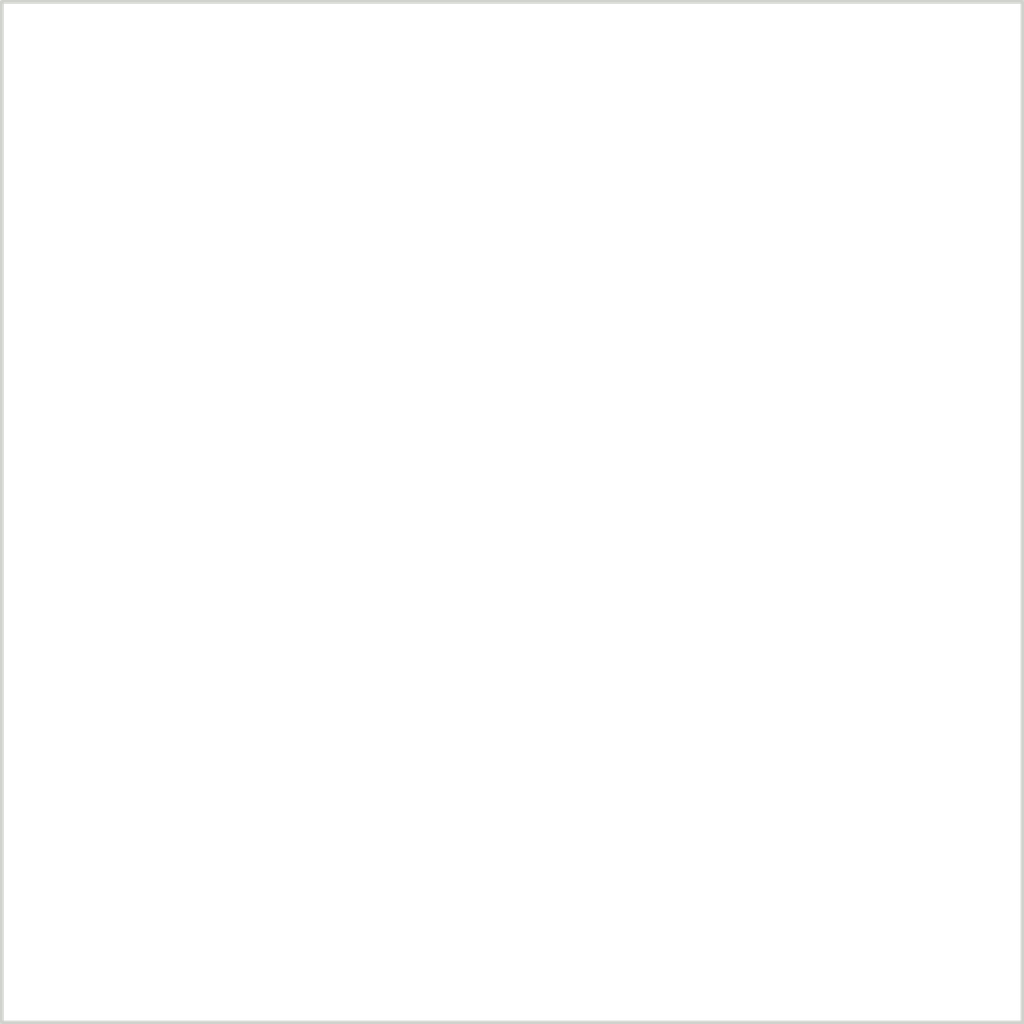
<source format=kicad_pcb>
(kicad_pcb (version 3) (host pcb-rnd "(2.2.0-rc2 non-svn)")
  (general
  )

  (page A4)

  (layers
    (0 F.Cu signal)
    (15 B.Cu signal)
    (18 B.Paste user)
    (19 F.Paste user)
    (20 B.SilkS user)
    (21 F.SilkS user)
    (22 B.Mask user)
    (23 F.Mask user)
    (28 Edge.Cuts user)
  )

  (setup
    (via_drill 0.635)
  )

  (net 0 "")

  (zone (net 0) (net_name "") (layer F.Cu) (tstamp 478E3FC8) (hatch edge 0.508)
    (connect_pads no (clearance 0.508))
    (min_thickness 0.4826)
    (fill (arc_segments 32) (thermal_gap 0.508) (thermal_bridge_width 0.508))
    (polygon
      (pts
        (xy 18.245 18.150) (xy 50.545 18.150) (xy 50.545 50.450) (xy 18.245 50.450)
      )
    )
  )
  (gr_line (start 0.000 0.000) (end 70.000 0.000) (layer Edge.Cuts) (width 0.254))
  (gr_line (start 70.000 0.000) (end 70.000 70.000) (layer Edge.Cuts) (width 0.254))
  (gr_line (start 70.000 70.000) (end 0.000 70.000) (layer Edge.Cuts) (width 0.254))
  (gr_line (start 0.000 70.000) (end 0.000 0.000) (layer Edge.Cuts) (width 0.254))
)

</source>
